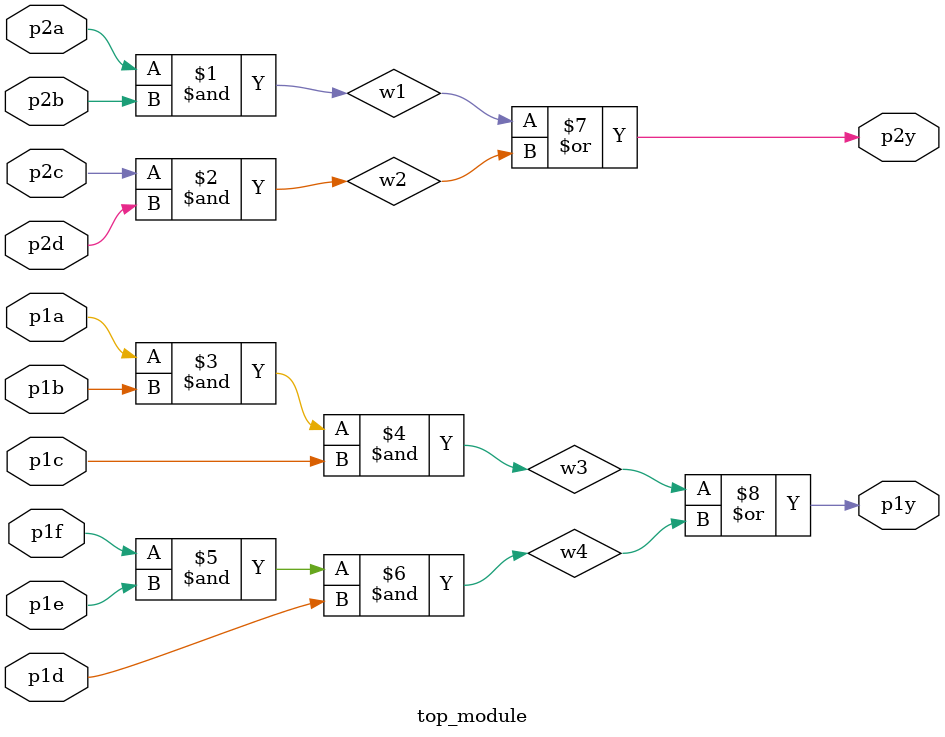
<source format=v>
module top_module ( 
    input p1a, p1b, p1c, p1d, p1e, p1f,
    output p1y,
    input p2a, p2b, p2c, p2d,
    output p2y );
	wire w1,w2,w3,w4;
    and upperleft(w1,p2a,p2b);
    and subleft(w2,p2c,p2d);
    and upperright(w3,p1a,p1b,p1c);
    and subright(w4,p1f,p1e,p1d);
    or left(p2y,w1,w2);
    or right(p1y,w3,w4);
endmodule

</source>
